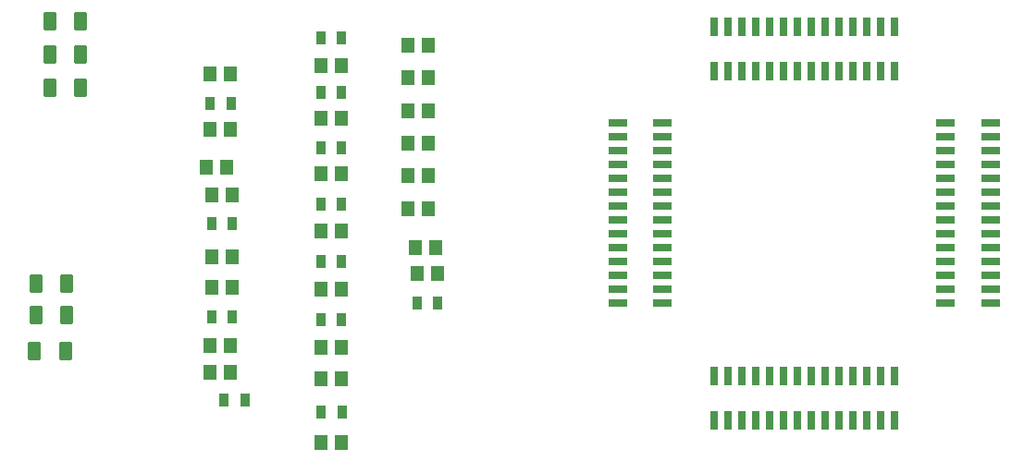
<source format=gtp>
G04*
G04 #@! TF.GenerationSoftware,Altium Limited,Altium Designer,24.0.1 (36)*
G04*
G04 Layer_Color=8421504*
%FSLAX44Y44*%
%MOMM*%
G71*
G04*
G04 #@! TF.SameCoordinates,529E54BD-66BB-4446-AAE8-26BA04382348*
G04*
G04*
G04 #@! TF.FilePolarity,Positive*
G04*
G01*
G75*
%ADD13R,1.1500X1.3500*%
%ADD14R,0.9000X1.3000*%
%ADD15R,0.7400X1.7000*%
%ADD16R,1.7000X0.7400*%
G04:AMPARAMS|DCode=17|XSize=1.75mm|YSize=1.25mm|CornerRadius=0.3125mm|HoleSize=0mm|Usage=FLASHONLY|Rotation=90.000|XOffset=0mm|YOffset=0mm|HoleType=Round|Shape=RoundedRectangle|*
%AMROUNDEDRECTD17*
21,1,1.7500,0.6250,0,0,90.0*
21,1,1.1250,1.2500,0,0,90.0*
1,1,0.6250,0.3125,0.5625*
1,1,0.6250,0.3125,-0.5625*
1,1,0.6250,-0.3125,-0.5625*
1,1,0.6250,-0.3125,0.5625*
%
%ADD17ROUNDEDRECTD17*%
D13*
X309520Y322580D02*
D03*
X328020D02*
D03*
X327980Y373380D02*
D03*
X309480D02*
D03*
X305710Y288290D02*
D03*
X324210D02*
D03*
X329250Y262890D02*
D03*
X310750D02*
D03*
X309520Y100330D02*
D03*
X328020D02*
D03*
X310790Y177800D02*
D03*
X329290D02*
D03*
X498750Y190500D02*
D03*
X517250D02*
D03*
X329250Y205740D02*
D03*
X310750D02*
D03*
X515980Y214630D02*
D03*
X497480D02*
D03*
X328020Y124460D02*
D03*
X309520D02*
D03*
X429620Y35560D02*
D03*
X411120D02*
D03*
X429250Y123190D02*
D03*
X410750D02*
D03*
X429250Y176530D02*
D03*
X410750D02*
D03*
X429250Y229870D02*
D03*
X410750D02*
D03*
X429250Y281940D02*
D03*
X410750D02*
D03*
X429250Y332740D02*
D03*
X410750D02*
D03*
X429250Y381000D02*
D03*
X410750D02*
D03*
X411120Y93980D02*
D03*
X429620D02*
D03*
X490750Y340000D02*
D03*
X509250D02*
D03*
X490750Y370000D02*
D03*
X509250D02*
D03*
X490750Y280000D02*
D03*
X509250D02*
D03*
X490750Y310000D02*
D03*
X509250D02*
D03*
X490750Y250000D02*
D03*
X509250D02*
D03*
X490750Y400000D02*
D03*
X509250D02*
D03*
D14*
X328230Y346710D02*
D03*
X309230D02*
D03*
X329500Y236220D02*
D03*
X310500D02*
D03*
X340970Y74930D02*
D03*
X321970D02*
D03*
X329540Y151130D02*
D03*
X310540D02*
D03*
X517500Y163830D02*
D03*
X498500D02*
D03*
X429870Y63500D02*
D03*
X410870D02*
D03*
X429500Y148590D02*
D03*
X410500D02*
D03*
X429500Y201930D02*
D03*
X410500D02*
D03*
X429500Y254000D02*
D03*
X410500D02*
D03*
X429500Y306070D02*
D03*
X410500D02*
D03*
X429500Y356870D02*
D03*
X410500D02*
D03*
X429500Y406400D02*
D03*
X410500D02*
D03*
D15*
X872110Y96660D02*
D03*
X859410D02*
D03*
X872110Y55660D02*
D03*
X859410D02*
D03*
X846710Y96660D02*
D03*
Y55660D02*
D03*
X808610Y96660D02*
D03*
Y55660D02*
D03*
X770510Y96660D02*
D03*
Y55660D02*
D03*
X783210D02*
D03*
X795910D02*
D03*
X783210Y96660D02*
D03*
X795910D02*
D03*
X821310Y55660D02*
D03*
X834010D02*
D03*
X821310Y96660D02*
D03*
X834010D02*
D03*
X884810Y55660D02*
D03*
X897510D02*
D03*
X910210D02*
D03*
X922910D02*
D03*
X935610D02*
D03*
X884810Y96660D02*
D03*
X897510D02*
D03*
X910210D02*
D03*
X922910D02*
D03*
X935610D02*
D03*
X872110Y416660D02*
D03*
X859410D02*
D03*
X872110Y375660D02*
D03*
X859410D02*
D03*
X846710Y416660D02*
D03*
Y375660D02*
D03*
X808610Y416660D02*
D03*
Y375660D02*
D03*
X770510Y416660D02*
D03*
Y375660D02*
D03*
X783210D02*
D03*
X795910D02*
D03*
X783210Y416660D02*
D03*
X795910D02*
D03*
X821310Y375660D02*
D03*
X834010D02*
D03*
X821310Y416660D02*
D03*
X834010D02*
D03*
X884810Y375660D02*
D03*
X897510D02*
D03*
X910210D02*
D03*
X922910D02*
D03*
X935610D02*
D03*
X884810Y416660D02*
D03*
X897510D02*
D03*
X910210D02*
D03*
X922910D02*
D03*
X935610D02*
D03*
D16*
X682560Y265210D02*
D03*
Y252510D02*
D03*
X723560Y265210D02*
D03*
Y252510D02*
D03*
X682560Y239810D02*
D03*
X723560D02*
D03*
X682560Y201710D02*
D03*
X723560D02*
D03*
X682560Y163610D02*
D03*
X723560D02*
D03*
Y176310D02*
D03*
Y189010D02*
D03*
X682560Y176310D02*
D03*
Y189010D02*
D03*
X723560Y214410D02*
D03*
Y227110D02*
D03*
X682560Y214410D02*
D03*
Y227110D02*
D03*
X723560Y277910D02*
D03*
Y290610D02*
D03*
Y303310D02*
D03*
Y316010D02*
D03*
Y328710D02*
D03*
X682560Y277910D02*
D03*
Y290610D02*
D03*
Y303310D02*
D03*
Y316010D02*
D03*
Y328710D02*
D03*
X1023560Y227110D02*
D03*
Y239810D02*
D03*
X982560Y227110D02*
D03*
Y239810D02*
D03*
X1023560Y252510D02*
D03*
X982560D02*
D03*
X1023560Y290610D02*
D03*
X982560D02*
D03*
X1023560Y328710D02*
D03*
X982560D02*
D03*
Y316010D02*
D03*
Y303310D02*
D03*
X1023560Y316010D02*
D03*
Y303310D02*
D03*
X982560Y277910D02*
D03*
Y265210D02*
D03*
X1023560Y277910D02*
D03*
Y265210D02*
D03*
X982560Y214410D02*
D03*
Y201710D02*
D03*
Y189010D02*
D03*
Y176310D02*
D03*
Y163610D02*
D03*
X1023560Y214410D02*
D03*
Y201710D02*
D03*
Y189010D02*
D03*
Y176310D02*
D03*
Y163610D02*
D03*
D17*
X177090Y119380D02*
D03*
X148590D02*
D03*
X178080Y181610D02*
D03*
X149580D02*
D03*
X178080Y152400D02*
D03*
X149580D02*
D03*
X162280Y421640D02*
D03*
X190780D02*
D03*
X162280Y391160D02*
D03*
X190780D02*
D03*
X162280Y360680D02*
D03*
X190780D02*
D03*
M02*

</source>
